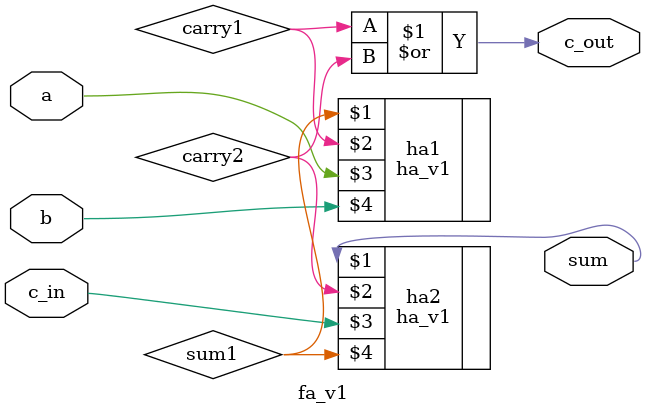
<source format=v>
module fa_v1(output wire sum, output wire c_out, input wire a, input wire b, input wire c_in);
  
  wire sum1, carry1, carry2;

  ha_v1 ha1(sum1, carry1, a, b);
  ha_v1 ha2(sum, carry2, c_in, sum1);
  or or1(c_out, carry1, carry2);
  
endmodule

</source>
